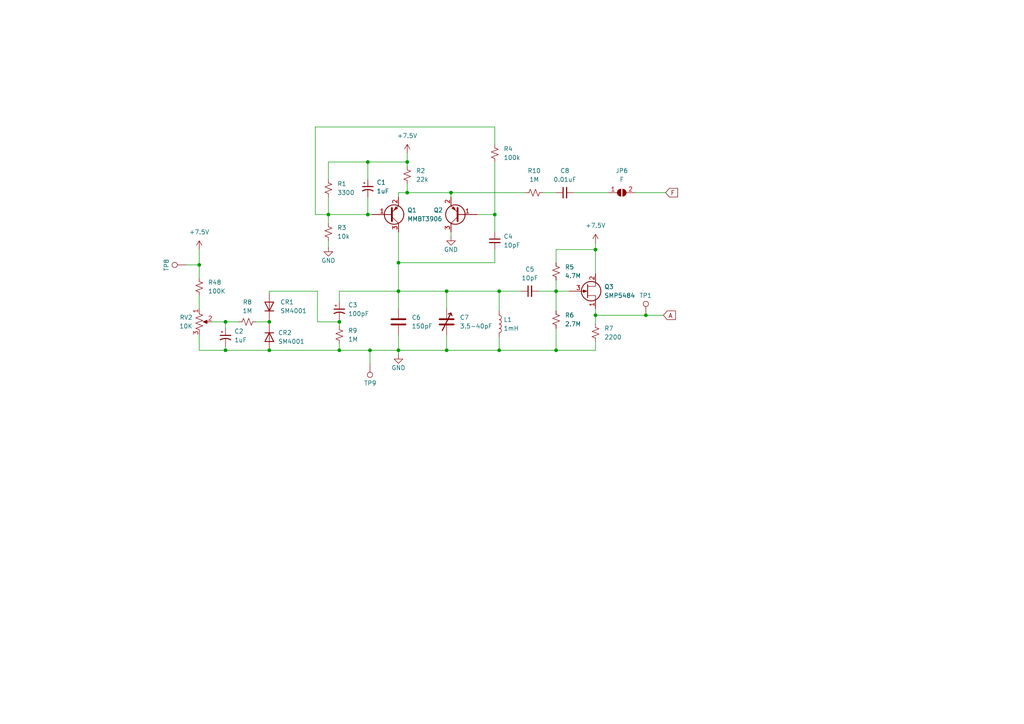
<source format=kicad_sch>
(kicad_sch (version 20221206) (generator eeschema)
  (paper "A4")
  (lib_symbols
    (symbol "Connector:TestPoint" (pin_numbers hide) (pin_names (offset 0.762) hide)
      (property "Reference" "TP" (at 0 6.858 0))
      (property "Value" "TestPoint" (at 0 5.08 0))
      (symbol "TestPoint_0_1"
        (circle (center 0 3.302) (radius 0.762))
      )
      (symbol "TestPoint_1_1"
        (pin passive line (at 0 0 90) (length 2.54) (name "1") (number "1"))
      )
    )
    (symbol "Device:C" (pin_numbers hide) (pin_names (offset 0.254))
      (property "Reference" "C" (at 0.635 2.54 0))
      (property "Value" "C" (at 0.635 -2.54 0))
      (symbol "C_0_1"
        (polyline (pts (xy -2.032 -0.762) (xy 2.032 -0.762)) (stroke (width 0.508)))
        (polyline (pts (xy -2.032 0.762) (xy 2.032 0.762)) (stroke (width 0.508)))
      )
      (symbol "C_1_1"
        (pin passive line (at 0 3.81 270) (length 2.794) (name "~") (number "1"))
        (pin passive line (at 0 -3.81 90) (length 2.794) (name "~") (number "2"))
      )
    )
    (symbol "Device:C_Polarized_Small_US" (pin_numbers hide) (pin_names (offset 0.254) hide)
      (property "Reference" "C" (at 0.254 1.778 0))
      (property "Value" "C_Polarized_Small_US" (at 0.254 -2.032 0))
      (symbol "C_Polarized_Small_US_0_1"
        (polyline (pts (xy -1.524 0.508) (xy 1.524 0.508)) (stroke (width 0.3048)))
        (polyline (pts (xy -1.27 1.524) (xy -0.762 1.524)))
        (polyline (pts (xy -1.016 1.27) (xy -1.016 1.778)))
        (arc (start 1.524 -0.762) (mid 0 -0.3734) (end -1.524 -0.762) (stroke (width 0.3048)))
      )
      (symbol "C_Polarized_Small_US_1_1"
        (pin passive line (at 0 2.54 270) (length 2.032) (name "~") (number "1"))
        (pin passive line (at 0 -2.54 90) (length 2.032) (name "~") (number "2"))
      )
    )
    (symbol "Device:C_Small" (pin_numbers hide) (pin_names (offset 0.254) hide)
      (property "Reference" "C" (at 0.254 1.778 0))
      (property "Value" "C_Small" (at 0.254 -2.032 0))
      (symbol "C_Small_0_1"
        (polyline (pts (xy -1.524 -0.508) (xy 1.524 -0.508)) (stroke (width 0.3302)))
        (polyline (pts (xy -1.524 0.508) (xy 1.524 0.508)) (stroke (width 0.3048)))
      )
      (symbol "C_Small_1_1"
        (pin passive line (at 0 2.54 270) (length 2.032) (name "~") (number "1"))
        (pin passive line (at 0 -2.54 90) (length 2.032) (name "~") (number "2"))
      )
    )
    (symbol "Device:C_Variable" (pin_numbers hide) (pin_names (offset 0.254) hide)
      (property "Reference" "C" (at 0.635 -1.905 0))
      (property "Value" "C_Variable" (at 0.635 -3.81 0))
      (symbol "C_Variable_0_1"
        (polyline (pts (xy -2.032 -0.762) (xy 2.032 -0.762)) (stroke (width 0.508)))
        (polyline (pts (xy -2.032 0.762) (xy 2.032 0.762)) (stroke (width 0.508)))
        (polyline (pts (xy 1.27 2.54) (xy -1.27 -2.54)) (stroke (width 0.3048)))
        (polyline (pts (xy 1.27 2.54) (xy 0.508 2.286)) (stroke (width 0.3048)))
        (polyline (pts (xy 1.27 2.54) (xy 1.524 1.778)) (stroke (width 0.3048)))
      )
      (symbol "C_Variable_1_1"
        (pin passive line (at 0 3.81 270) (length 3.048) (name "~") (number "1"))
        (pin passive line (at 0 -3.81 90) (length 3.048) (name "~") (number "2"))
      )
    )
    (symbol "Device:L" (pin_numbers hide) (pin_names (offset 1.016) hide)
      (property "Reference" "L" (at -1.27 0 90))
      (property "Value" "L" (at 1.905 0 90))
      (symbol "L_0_1"
        (arc (start 0 -2.54) (mid 0.6323 -1.905) (end 0 -1.27))
        (arc (start 0 -1.27) (mid 0.6323 -0.635) (end 0 0))
        (arc (start 0 0) (mid 0.6323 0.635) (end 0 1.27))
        (arc (start 0 1.27) (mid 0.6323 1.905) (end 0 2.54))
      )
      (symbol "L_1_1"
        (pin passive line (at 0 3.81 270) (length 1.27) (name "1") (number "1"))
        (pin passive line (at 0 -3.81 90) (length 1.27) (name "2") (number "2"))
      )
    )
    (symbol "Device:Q_NJFET_SDG" (pin_names (offset 0) hide)
      (property "Reference" "Q" (at 5.08 1.27 0))
      (property "Value" "Q_NJFET_SDG" (at 5.08 -1.27 0))
      (symbol "Q_NJFET_SDG_0_1"
        (polyline (pts (xy 0.254 1.905) (xy 0.254 -1.905) (xy 0.254 -1.905)) (stroke (width 0.254)))
        (polyline (pts (xy 2.54 -2.54) (xy 2.54 -1.27) (xy 0.254 -1.27)))
        (polyline (pts (xy 2.54 2.54) (xy 2.54 1.397) (xy 0.254 1.397)))
        (polyline (pts (xy 0 0) (xy -1.016 0.381) (xy -1.016 -0.381) (xy 0 0)) (fill (type outline)))
        (circle (center 1.27 0) (radius 2.8194) (stroke (width 0.254)))
      )
      (symbol "Q_NJFET_SDG_1_1"
        (pin passive line (at 2.54 -5.08 90) (length 2.54) (name "S") (number "1"))
        (pin passive line (at 2.54 5.08 270) (length 2.54) (name "D") (number "2"))
        (pin input line (at -5.08 0 0) (length 5.334) (name "G") (number "3"))
      )
    )
    (symbol "Device:R_Potentiometer_US" (pin_names (offset 1.016) hide)
      (property "Reference" "RV" (at -4.445 0 90))
      (property "Value" "R_Potentiometer_US" (at -2.54 0 90))
      (symbol "R_Potentiometer_US_0_1"
        (polyline (pts (xy 0 -2.286) (xy 0 -2.54)))
        (polyline (pts (xy 0 2.54) (xy 0 2.286)))
        (polyline (pts (xy 2.54 0) (xy 1.524 0)))
        (polyline (pts (xy 1.143 0) (xy 2.286 0.508) (xy 2.286 -0.508) (xy 1.143 0)) (fill (type outline)))
        (polyline (pts (xy 0 -0.762) (xy 1.016 -1.143) (xy 0 -1.524) (xy -1.016 -1.905) (xy 0 -2.286)))
        (polyline (pts (xy 0 0.762) (xy 1.016 0.381) (xy 0 0) (xy -1.016 -0.381) (xy 0 -0.762)))
        (polyline (pts (xy 0 2.286) (xy 1.016 1.905) (xy 0 1.524) (xy -1.016 1.143) (xy 0 0.762)))
      )
      (symbol "R_Potentiometer_US_1_1"
        (pin passive line (at 0 3.81 270) (length 1.27) (name "1") (number "1"))
        (pin passive line (at 3.81 0 180) (length 1.27) (name "2") (number "2"))
        (pin passive line (at 0 -3.81 90) (length 1.27) (name "3") (number "3"))
      )
    )
    (symbol "Device:R_Small_US" (pin_numbers hide) (pin_names (offset 0.254) hide)
      (property "Reference" "R" (at 0.762 0.508 0))
      (property "Value" "R_Small_US" (at 0.762 -1.016 0))
      (symbol "R_Small_US_1_1"
        (polyline (pts (xy 0 0) (xy 1.016 -0.381) (xy 0 -0.762) (xy -1.016 -1.143) (xy 0 -1.524)))
        (polyline (pts (xy 0 1.524) (xy 1.016 1.143) (xy 0 0.762) (xy -1.016 0.381) (xy 0 0)))
        (pin passive line (at 0 2.54 270) (length 1.016) (name "~") (number "1"))
        (pin passive line (at 0 -2.54 90) (length 1.016) (name "~") (number "2"))
      )
    )
    (symbol "Diode:SM4001" (pin_numbers hide) (pin_names (offset 1.016) hide)
      (property "Reference" "D" (at 0 2.54 0))
      (property "Value" "SM4001" (at 0 -2.54 0))
      (symbol "SM4001_0_1"
        (polyline (pts (xy -1.27 1.27) (xy -1.27 -1.27)) (stroke (width 0.254)))
        (polyline (pts (xy 1.27 0) (xy -1.27 0)))
        (polyline (pts (xy 1.27 1.27) (xy 1.27 -1.27) (xy -1.27 0) (xy 1.27 1.27)) (stroke (width 0.254)))
      )
      (symbol "SM4001_1_1"
        (pin passive line (at -3.81 0 0) (length 2.54) (name "K") (number "1"))
        (pin passive line (at 3.81 0 180) (length 2.54) (name "A") (number "2"))
      )
    )
    (symbol "Jumper:SolderJumper_2_Open" (pin_names (offset 0) hide)
      (property "Reference" "JP" (at 0 2.032 0))
      (property "Value" "SolderJumper_2_Open" (at 0 -2.54 0))
      (symbol "SolderJumper_2_Open_0_1"
        (arc (start -0.254 1.016) (mid -1.2656 0) (end -0.254 -1.016))
        (arc (start -0.254 1.016) (mid -1.2656 0) (end -0.254 -1.016) (fill (type outline)))
        (polyline (pts (xy -0.254 1.016) (xy -0.254 -1.016)))
        (polyline (pts (xy 0.254 1.016) (xy 0.254 -1.016)))
        (arc (start 0.254 -1.016) (mid 1.2656 0) (end 0.254 1.016))
        (arc (start 0.254 -1.016) (mid 1.2656 0) (end 0.254 1.016) (fill (type outline)))
      )
      (symbol "SolderJumper_2_Open_1_1"
        (pin passive line (at -3.81 0 0) (length 2.54) (name "A") (number "1"))
        (pin passive line (at 3.81 0 180) (length 2.54) (name "B") (number "2"))
      )
    )
    (symbol "Transistor_BJT:MMBT3906" (pin_names (offset 0) hide)
      (property "Reference" "Q" (at 5.08 1.905 0))
      (property "Value" "MMBT3906" (at 5.08 0 0))
      (symbol "MMBT3906_0_1"
        (polyline (pts (xy 0.635 0.635) (xy 2.54 2.54)))
        (polyline (pts (xy 0.635 -0.635) (xy 2.54 -2.54) (xy 2.54 -2.54)))
        (polyline (pts (xy 0.635 1.905) (xy 0.635 -1.905) (xy 0.635 -1.905)) (stroke (width 0.508)))
        (polyline (pts (xy 2.286 -1.778) (xy 1.778 -2.286) (xy 1.27 -1.27) (xy 2.286 -1.778) (xy 2.286 -1.778)) (fill (type outline)))
        (circle (center 1.27 0) (radius 2.8194) (stroke (width 0.254)))
      )
      (symbol "MMBT3906_1_1"
        (pin input line (at -5.08 0 0) (length 5.715) (name "B") (number "1"))
        (pin passive line (at 2.54 -5.08 90) (length 2.54) (name "E") (number "2"))
        (pin passive line (at 2.54 5.08 270) (length 2.54) (name "C") (number "3"))
      )
    )
    (symbol "power:+7.5V" (power) (pin_names (offset 0))
      (property "Value" "+7.5V" (at 0 3.556 0))
      (symbol "+7.5V_0_1"
        (polyline (pts (xy -0.762 1.27) (xy 0 2.54)))
        (polyline (pts (xy 0 0) (xy 0 2.54)))
        (polyline (pts (xy 0 2.54) (xy 0.762 1.27)))
      )
      (symbol "+7.5V_1_1"
        (pin power_in line (at 0 0 90) (length 0) hide (name "+7.5V") (number "1"))
      )
    )
    (symbol "power:GND" (power) (pin_names (offset 0))
      (property "Value" "GND" (at 0 -3.81 0))
      (symbol "GND_0_1"
        (polyline (pts (xy 0 0) (xy 0 -1.27) (xy 1.27 -1.27) (xy 0 -2.54) (xy -1.27 -1.27) (xy 0 -1.27)))
      )
      (symbol "GND_1_1"
        (pin power_in line (at 0 0 270) (length 0) hide (name "GND") (number "1"))
      )
    )
  )
  (junction (at 115.57 84.455))
  (junction (at 98.425 101.6))
  (junction (at 118.11 46.99))
  (junction (at 65.405 101.6))
  (junction (at 161.29 101.6))
  (junction (at 107.315 101.6))
  (junction (at 65.405 93.345))
  (junction (at 98.425 93.345))
  (junction (at 95.25 62.23))
  (junction (at 172.72 72.39))
  (junction (at 106.68 46.99))
  (junction (at 118.11 55.88))
  (junction (at 172.72 91.44))
  (junction (at 106.68 62.23))
  (junction (at 57.785 76.835))
  (junction (at 115.57 76.2))
  (junction (at 144.78 84.455))
  (junction (at 115.57 101.6))
  (junction (at 78.105 101.6))
  (junction (at 144.78 101.6))
  (junction (at 143.51 62.23))
  (junction (at 187.325 91.44))
  (junction (at 130.81 55.88))
  (junction (at 161.29 84.455))
  (junction (at 78.105 93.345))
  (junction (at 129.54 84.455))
  (junction (at 129.54 101.6))
  (wire (pts (xy 65.405 93.345) (xy 69.215 93.345)))
  (wire (pts (xy 138.43 62.23) (xy 143.51 62.23)))
  (wire (pts (xy 144.78 101.6) (xy 161.29 101.6)))
  (wire (pts (xy 118.11 44.45) (xy 118.11 46.99)))
  (wire (pts (xy 95.25 62.23) (xy 95.25 64.77)))
  (wire (pts (xy 95.25 46.99) (xy 106.68 46.99)))
  (wire (pts (xy 95.25 69.85) (xy 95.25 71.755)))
  (wire (pts (xy 98.425 99.695) (xy 98.425 101.6)))
  (wire (pts (xy 78.105 92.71) (xy 78.105 93.345)))
  (wire (pts (xy 115.57 97.155) (xy 115.57 101.6)))
  (wire (pts (xy 61.595 93.345) (xy 65.405 93.345)))
  (wire (pts (xy 161.29 76.2) (xy 161.29 72.39)))
  (wire (pts (xy 143.51 62.23) (xy 143.51 67.31)))
  (wire (pts (xy 143.51 46.99) (xy 143.51 62.23)))
  (wire (pts (xy 115.57 101.6) (xy 129.54 101.6)))
  (wire (pts (xy 98.425 92.71) (xy 98.425 93.345)))
  (wire (pts (xy 187.325 91.44) (xy 192.405 91.44)))
  (wire (pts (xy 106.68 46.99) (xy 106.68 52.07)))
  (wire (pts (xy 78.105 84.455) (xy 78.105 85.09)))
  (wire (pts (xy 161.29 101.6) (xy 172.72 101.6)))
  (wire (pts (xy 106.68 57.15) (xy 106.68 62.23)))
  (wire (pts (xy 98.425 93.345) (xy 98.425 94.615)))
  (wire (pts (xy 95.25 46.99) (xy 95.25 52.07)))
  (wire (pts (xy 65.405 93.345) (xy 65.405 95.25)))
  (wire (pts (xy 57.785 85.725) (xy 57.785 89.535)))
  (wire (pts (xy 78.105 93.345) (xy 78.105 93.98)))
  (wire (pts (xy 107.315 105.41) (xy 107.315 101.6)))
  (wire (pts (xy 118.11 55.88) (xy 118.11 53.34)))
  (wire (pts (xy 91.44 36.83) (xy 91.44 62.23)))
  (wire (pts (xy 172.72 101.6) (xy 172.72 99.06)))
  (wire (pts (xy 144.78 101.6) (xy 129.54 101.6)))
  (wire (pts (xy 106.68 46.99) (xy 118.11 46.99)))
  (wire (pts (xy 172.72 89.535) (xy 172.72 91.44)))
  (wire (pts (xy 98.425 84.455) (xy 115.57 84.455)))
  (wire (pts (xy 156.21 84.455) (xy 161.29 84.455)))
  (wire (pts (xy 57.785 101.6) (xy 65.405 101.6)))
  (wire (pts (xy 157.48 55.88) (xy 161.29 55.88)))
  (wire (pts (xy 161.29 72.39) (xy 172.72 72.39)))
  (wire (pts (xy 91.44 62.23) (xy 95.25 62.23)))
  (wire (pts (xy 115.57 55.88) (xy 118.11 55.88)))
  (wire (pts (xy 98.425 93.345) (xy 92.075 93.345)))
  (wire (pts (xy 74.295 93.345) (xy 78.105 93.345)))
  (wire (pts (xy 130.81 57.15) (xy 130.81 55.88)))
  (wire (pts (xy 130.81 55.88) (xy 152.4 55.88)))
  (wire (pts (xy 161.29 95.25) (xy 161.29 101.6)))
  (wire (pts (xy 129.54 84.455) (xy 129.54 89.535)))
  (wire (pts (xy 92.075 84.455) (xy 78.105 84.455)))
  (wire (pts (xy 78.105 101.6) (xy 98.425 101.6)))
  (wire (pts (xy 65.405 100.33) (xy 65.405 101.6)))
  (wire (pts (xy 115.57 101.6) (xy 115.57 102.87)))
  (wire (pts (xy 92.075 93.345) (xy 92.075 84.455)))
  (wire (pts (xy 115.57 84.455) (xy 115.57 89.535)))
  (wire (pts (xy 161.29 84.455) (xy 165.1 84.455)))
  (wire (pts (xy 57.785 76.835) (xy 57.785 80.645)))
  (wire (pts (xy 172.72 91.44) (xy 172.72 93.98)))
  (wire (pts (xy 115.57 57.15) (xy 115.57 55.88)))
  (wire (pts (xy 118.11 55.88) (xy 130.81 55.88)))
  (wire (pts (xy 57.785 72.39) (xy 57.785 76.835)))
  (wire (pts (xy 172.72 72.39) (xy 172.72 70.485)))
  (wire (pts (xy 144.78 84.455) (xy 151.13 84.455)))
  (wire (pts (xy 98.425 87.63) (xy 98.425 84.455)))
  (wire (pts (xy 129.54 97.155) (xy 129.54 101.6)))
  (wire (pts (xy 143.51 72.39) (xy 143.51 76.2)))
  (wire (pts (xy 130.81 67.31) (xy 130.81 68.58)))
  (wire (pts (xy 98.425 101.6) (xy 107.315 101.6)))
  (wire (pts (xy 118.11 46.99) (xy 118.11 48.26)))
  (wire (pts (xy 172.72 72.39) (xy 172.72 79.375)))
  (wire (pts (xy 161.29 84.455) (xy 161.29 90.17)))
  (wire (pts (xy 65.405 101.6) (xy 78.105 101.6)))
  (wire (pts (xy 144.78 84.455) (xy 144.78 90.17)))
  (wire (pts (xy 53.975 76.835) (xy 57.785 76.835)))
  (wire (pts (xy 143.51 36.83) (xy 143.51 41.91)))
  (wire (pts (xy 107.315 101.6) (xy 115.57 101.6)))
  (wire (pts (xy 106.68 62.23) (xy 107.95 62.23)))
  (wire (pts (xy 144.78 97.79) (xy 144.78 101.6)))
  (wire (pts (xy 166.37 55.88) (xy 176.53 55.88)))
  (wire (pts (xy 91.44 36.83) (xy 143.51 36.83)))
  (wire (pts (xy 129.54 84.455) (xy 144.78 84.455)))
  (wire (pts (xy 115.57 67.31) (xy 115.57 76.2)))
  (wire (pts (xy 115.57 84.455) (xy 129.54 84.455)))
  (wire (pts (xy 106.68 62.23) (xy 95.25 62.23)))
  (wire (pts (xy 115.57 76.2) (xy 115.57 84.455)))
  (wire (pts (xy 161.29 84.455) (xy 161.29 81.28)))
  (wire (pts (xy 184.15 55.88) (xy 193.04 55.88)))
  (wire (pts (xy 95.25 57.15) (xy 95.25 62.23)))
  (wire (pts (xy 143.51 76.2) (xy 115.57 76.2)))
  (wire (pts (xy 172.72 91.44) (xy 187.325 91.44)))
  (wire (pts (xy 57.785 97.155) (xy 57.785 101.6)))
  (global_label "A" (shape input) (at 192.405 91.44 0) (property "Intersheetrefs" "${INTERSHEET_REFS}" (effects hide)))
  (global_label "F" (shape input) (at 193.04 55.88 0) (property "Intersheetrefs" "${INTERSHEET_REFS}" (effects hide)))
  (symbol (lib_id "Device:C_Polarized_Small_US") (at 106.68 54.61 0) (unit 1)
    (property "Reference" "C1" (at 109.22 52.9081 0) (effects (justify left)))
    (property "Value" "1uF" (at 109.22 55.4481 0) (effects (justify left)))
    (property "Footprint" "Capacitor_Tantalum_SMD:CP_EIA-2012-12_Kemet-R_Pad1.30x1.05mm_HandSolder" (effects hide))
    (property "Datasheet" "https://www.mouser.com/ProductDetail/74-TMCP1E105KTRF" (effects hide))
  )
  (symbol (lib_id "power:GND") (at 115.57 102.87 0) (unit 1)
    (property "Reference" "#PWR0102" (effects hide))
    (property "Value" "GND" (at 115.57 106.68 0))
  )
  (symbol (lib_id "Device:R_Small_US") (at 143.51 44.45 0) (unit 1)
    (property "Reference" "R4" (at 146.05 43.1799 0) (effects (justify left)))
    (property "Value" "100k" (at 146.05 45.7199 0) (effects (justify left)))
    (property "Footprint" "Resistor_SMD:R_0603_1608Metric" (effects hide))
    (property "Datasheet" "https://www.mouser.com/ProductDetail/603-RC0603FR-07100KL" (effects hide))
  )
  (symbol (lib_id "Device:C_Small") (at 143.51 69.85 0) (unit 1)
    (property "Reference" "C4" (at 146.05 68.5862 0) (effects (justify left)))
    (property "Value" "10pF" (at 146.05 71.1262 0) (effects (justify left)))
    (property "Footprint" "Capacitor_SMD:C_0603_1608Metric" (effects hide))
    (property "Datasheet" "https://www.mouser.com/ProductDetail/80-C0603C100K3RAUTO" (effects hide))
  )
  (symbol (lib_id "Connector:TestPoint") (at 187.325 91.44 0) (unit 1)
    (property "Reference" "TP1" (at 185.42 85.725 0) (effects (justify left)))
    (property "Value" "TestPoint" (effects hide))
    (property "Footprint" "TestPoint:TestPoint_Loop_D1.80mm_Drill1.0mm_Beaded" (effects hide))
    (property "Datasheet" "https://www.mouser.com/ProductDetail/Keystone-Electronics/5002" (effects hide))
  )
  (symbol (lib_id "Transistor_BJT:MMBT3906") (at 113.03 62.23 0) (mirror x) (unit 1)
    (property "Reference" "Q1" (at 118.11 60.9599 0) (effects (justify left)))
    (property "Value" "MMBT3906" (at 118.11 63.4999 0) (effects (justify left)))
    (property "Footprint" "Package_TO_SOT_SMD:SOT-23" (effects hide))
    (property "Datasheet" "https://www.mouser.com/ProductDetail/726-MMBT3906LT1" (effects hide))
  )
  (symbol (lib_id "Device:R_Small_US") (at 57.785 83.185 0) (unit 1)
    (property "Reference" "R48" (at 60.325 81.9149 0) (effects (justify left)))
    (property "Value" "100K" (at 60.325 84.4549 0) (effects (justify left)))
    (property "Footprint" "Resistor_SMD:R_0603_1608Metric" (effects hide))
    (property "Datasheet" "https://www.mouser.com/ProductDetail/603-RC0603FR-07100KL" (effects hide))
  )
  (symbol (lib_id "Device:C") (at 115.57 93.345 0) (unit 1)
    (property "Reference" "C6" (at 119.38 92.0749 0) (effects (justify left)))
    (property "Value" "150pF" (at 119.38 94.6149 0) (effects (justify left)))
    (property "Footprint" "Capacitor_SMD:C_1210_3225Metric_Pad1.33x2.70mm_HandSolder" (effects hide))
    (property "Datasheet" "https://www.mouser.com/ProductDetail/598-MC12FA151J-F" (effects hide))
  )
  (symbol (lib_id "Device:Q_NJFET_SDG") (at 170.18 84.455 0) (unit 1)
    (property "Reference" "Q3" (at 175.26 83.1849 0) (effects (justify left)))
    (property "Value" "SMP5484" (at 175.26 85.7249 0) (effects (justify left)))
    (property "Footprint" "Package_TO_SOT_SMD:SOT-23" (effects hide))
    (property "Datasheet" "https://www.mouser.com/ProductDetail/106-SMP5484" (effects hide))
  )
  (symbol (lib_id "power:+7.5V") (at 118.11 44.45 0) (unit 1)
    (property "Reference" "#PWR0105" (effects hide))
    (property "Value" "+7.5V" (at 118.11 39.37 0))
  )
  (symbol (lib_id "Device:C_Small") (at 153.67 84.455 90) (unit 1)
    (property "Reference" "C5" (at 153.6763 78.105 90))
    (property "Value" "10pF" (at 153.6763 80.645 90))
    (property "Footprint" "Capacitor_SMD:C_0603_1608Metric" (effects hide))
    (property "Datasheet" "https://www.mouser.com/ProductDetail/80-C0603C100K3RAUTO" (effects hide))
  )
  (symbol (lib_id "Connector:TestPoint") (at 53.975 76.835 90) (unit 1)
    (property "Reference" "TP8" (at 48.26 78.74 0) (effects (justify left)))
    (property "Value" "TestPoint" (effects hide))
    (property "Footprint" "TestPoint:TestPoint_Loop_D1.80mm_Drill1.0mm_Beaded" (effects hide))
    (property "Datasheet" "https://www.mouser.com/ProductDetail/Keystone-Electronics/5002" (effects hide))
  )
  (symbol (lib_id "Device:C_Polarized_Small_US") (at 98.425 90.17 0) (unit 1)
    (property "Reference" "C3" (at 100.965 88.4681 0) (effects (justify left)))
    (property "Value" "100pF" (at 100.965 91.0081 0) (effects (justify left)))
    (property "Footprint" "Capacitor_SMD:C_0603_1608Metric" (effects hide))
    (property "Datasheet" "https://www.mouser.com/ProductDetail/80-C0603C101K8RAUTO" (effects hide))
  )
  (symbol (lib_id "Diode:SM4001") (at 78.105 88.9 90) (unit 1)
    (property "Reference" "CR1" (at 81.28 87.6299 90) (effects (justify right)))
    (property "Value" "SM4001" (at 81.28 90.1699 90) (effects (justify right)))
    (property "Footprint" "Diode_SMD:D_MELF" (effects hide))
    (property "Datasheet" "https://www.mouser.com/ProductDetail/637-SM4001" (effects hide))
  )
  (symbol (lib_id "Device:R_Potentiometer_US") (at 57.785 93.345 0) (unit 1)
    (property "Reference" "RV2" (at 55.88 92.0749 0) (effects (justify right)))
    (property "Value" "10K" (at 55.88 94.6149 0) (effects (justify right)))
    (property "Footprint" "Theremin:PTV09A3015FB103" (effects hide))
    (property "Datasheet" "https://www.mouser.com/ProductDetail/652-PTV09A-3015FB103" (effects hide))
  )
  (symbol (lib_id "Device:R_Small_US") (at 154.94 55.88 90) (unit 1)
    (property "Reference" "R10" (at 154.94 49.53 90))
    (property "Value" "1M" (at 154.94 52.07 90))
    (property "Footprint" "Resistor_SMD:R_0603_1608Metric" (effects hide))
    (property "Datasheet" "https://www.mouser.com/ProductDetail/603-AC0603FR-071ML" (effects hide))
  )
  (symbol (lib_id "Device:R_Small_US") (at 95.25 54.61 0) (unit 1)
    (property "Reference" "R1" (at 97.79 53.3399 0) (effects (justify left)))
    (property "Value" "3300" (at 97.79 55.8799 0) (effects (justify left)))
    (property "Footprint" "Resistor_SMD:R_0603_1608Metric" (effects hide))
    (property "Datasheet" "https://www.mouser.com/ProductDetail/603-RC0603FR-103K3L" (effects hide))
  )
  (symbol (lib_id "Device:R_Small_US") (at 71.755 93.345 90) (unit 1)
    (property "Reference" "R8" (at 71.755 87.63 90))
    (property "Value" "1M" (at 71.755 90.17 90))
    (property "Footprint" "Resistor_SMD:R_0603_1608Metric" (effects hide))
    (property "Datasheet" "https://www.mouser.com/ProductDetail/603-AC0603FR-071ML" (effects hide))
  )
  (symbol (lib_id "Connector:TestPoint") (at 107.315 105.41 180) (unit 1)
    (property "Reference" "TP9" (at 109.22 111.125 0) (effects (justify left)))
    (property "Value" "TestPoint" (effects hide))
    (property "Footprint" "TestPoint:TestPoint_Loop_D1.80mm_Drill1.0mm_Beaded" (effects hide))
    (property "Datasheet" "https://www.mouser.com/ProductDetail/Keystone-Electronics/5002" (effects hide))
  )
  (symbol (lib_id "Device:C_Polarized_Small_US") (at 65.405 97.79 0) (unit 1)
    (property "Reference" "C2" (at 67.945 96.0881 0) (effects (justify left)))
    (property "Value" "1uF" (at 67.945 98.6281 0) (effects (justify left)))
    (property "Footprint" "Capacitor_Tantalum_SMD:CP_EIA-2012-12_Kemet-R_Pad1.30x1.05mm_HandSolder" (effects hide))
    (property "Datasheet" "https://www.mouser.com/ProductDetail/74-TMCP1E105KTRF" (effects hide))
  )
  (symbol (lib_id "Device:R_Small_US") (at 118.11 50.8 180) (unit 1)
    (property "Reference" "R2" (at 120.65 49.5299 0) (effects (justify right)))
    (property "Value" "22k" (at 120.65 52.0699 0) (effects (justify right)))
    (property "Footprint" "Resistor_SMD:R_0603_1608Metric" (effects hide))
    (property "Datasheet" "https://www.mouser.com/ProductDetail/603-RC0603FR-0722KL" (effects hide))
  )
  (symbol (lib_id "Device:L") (at 144.78 93.98 0) (unit 1)
    (property "Reference" "L1" (at 146.05 92.7099 0) (effects (justify left)))
    (property "Value" "1mH" (at 146.05 95.2499 0) (effects (justify left)))
    (property "Footprint" "Theremin:L_1812_4532Metric" (effects hide))
    (property "Datasheet" "https://www.mouser.com/ProductDetail/807-5022R-102J" (effects hide))
  )
  (symbol (lib_id "Device:C_Variable") (at 129.54 93.345 0) (unit 1)
    (property "Reference" "C7" (at 133.35 92.0749 0) (effects (justify left)))
    (property "Value" "3.5-40pF" (at 133.35 94.6149 0) (effects (justify left)))
    (property "Footprint" "Theremin:CAPV_JZ400" (effects hide))
    (property "Datasheet" "https://www.mouser.com/ProductDetail/768-JZ400" (effects hide))
  )
  (symbol (lib_id "Device:R_Small_US") (at 95.25 67.31 0) (unit 1)
    (property "Reference" "R3" (at 97.79 66.0399 0) (effects (justify left)))
    (property "Value" "10k" (at 97.79 68.5799 0) (effects (justify left)))
    (property "Footprint" "Resistor_SMD:R_0603_1608Metric" (effects hide))
    (property "Datasheet" "https://www.mouser.com/ProductDetail/603-RC0603FR-0710KL" (effects hide))
  )
  (symbol (lib_id "Device:R_Small_US") (at 98.425 97.155 0) (unit 1)
    (property "Reference" "R9" (at 100.965 95.8849 0) (effects (justify left)))
    (property "Value" "1M" (at 100.965 98.4249 0) (effects (justify left)))
    (property "Footprint" "Resistor_SMD:R_0603_1608Metric" (effects hide))
    (property "Datasheet" "https://www.mouser.com/ProductDetail/603-AC0603FR-071ML" (effects hide))
  )
  (symbol (lib_id "Device:R_Small_US") (at 161.29 78.74 0) (unit 1)
    (property "Reference" "R5" (at 163.83 77.4699 0) (effects (justify left)))
    (property "Value" "4.7M" (at 163.83 80.0099 0) (effects (justify left)))
    (property "Footprint" "Resistor_SMD:R_0603_1608Metric" (effects hide))
    (property "Datasheet" "https://www.mouser.com/ProductDetail/603-AC0603FR-074M7L" (effects hide))
  )
  (symbol (lib_id "Device:R_Small_US") (at 161.29 92.71 0) (unit 1)
    (property "Reference" "R6" (at 163.83 91.4399 0) (effects (justify left)))
    (property "Value" "2.7M" (at 163.83 93.9799 0) (effects (justify left)))
    (property "Footprint" "Resistor_SMD:R_0603_1608Metric" (effects hide))
    (property "Datasheet" "https://www.mouser.com/ProductDetail/603-RC0603FR-072M7L" (effects hide))
  )
  (symbol (lib_id "power:+7.5V") (at 172.72 70.485 0) (unit 1)
    (property "Reference" "#PWR0101" (effects hide))
    (property "Value" "+7.5V" (at 172.72 65.405 0))
  )
  (symbol (lib_id "Transistor_BJT:MMBT3906") (at 133.35 62.23 180) (unit 1)
    (property "Reference" "Q2" (at 125.73 60.96 0) (effects (justify right)))
    (property "Value" "MMBT3906" (effects hide))
    (property "Footprint" "Package_TO_SOT_SMD:SOT-23" (effects hide))
    (property "Datasheet" "https://www.mouser.com/ProductDetail/726-MMBT3906LT1" (effects hide))
  )
  (symbol (lib_id "power:GND") (at 130.81 68.58 0) (unit 1)
    (property "Reference" "#PWR0106" (effects hide))
    (property "Value" "GND" (at 130.81 72.39 0))
  )
  (symbol (lib_id "Device:R_Small_US") (at 172.72 96.52 0) (unit 1)
    (property "Reference" "R7" (at 175.26 95.2499 0) (effects (justify left)))
    (property "Value" "2200" (at 175.26 97.7899 0) (effects (justify left)))
    (property "Footprint" "Resistor_SMD:R_0603_1608Metric" (effects hide))
    (property "Datasheet" "https://www.mouser.com/ProductDetail/603-RC0603FR-102K2L" (effects hide))
  )
  (symbol (lib_id "power:GND") (at 95.25 71.755 0) (unit 1)
    (property "Reference" "#PWR0103" (effects hide))
    (property "Value" "GND" (at 95.25 75.565 0))
  )
  (symbol (lib_id "Device:C_Small") (at 163.83 55.88 90) (unit 1)
    (property "Reference" "C8" (at 163.8363 49.53 90))
    (property "Value" "0.01uF" (at 163.8363 52.07 90))
    (property "Footprint" "Capacitor_SMD:C_0603_1608Metric" (effects hide))
    (property "Datasheet" "https://www.mouser.com/ProductDetail/80-C0603C103K2REAUTO" (effects hide))
  )
  (symbol (lib_id "Jumper:SolderJumper_2_Open") (at 180.34 55.88 0) (unit 1)
    (property "Reference" "JP6" (at 180.34 49.53 0))
    (property "Value" "F" (at 180.34 52.07 0))
    (property "Footprint" "Jumper:SolderJumper-2_P1.3mm_Open_RoundedPad1.0x1.5mm" (effects hide))
  )
  (symbol (lib_id "power:+7.5V") (at 57.785 72.39 0) (unit 1)
    (property "Reference" "#PWR0104" (effects hide))
    (property "Value" "+7.5V" (at 57.785 67.31 0))
  )
  (symbol (lib_id "Diode:SM4001") (at 78.105 97.79 270) (unit 1)
    (property "Reference" "CR2" (at 80.645 96.5199 90) (effects (justify left)))
    (property "Value" "SM4001" (at 80.645 99.0599 90) (effects (justify left)))
    (property "Footprint" "Diode_SMD:D_MELF" (effects hide))
    (property "Datasheet" "https://www.mouser.com/ProductDetail/637-SM4001" (effects hide))
  )
)
</source>
